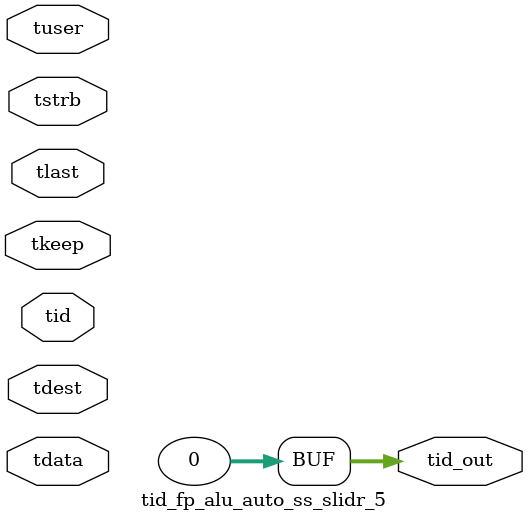
<source format=v>


`timescale 1ps/1ps

module tid_fp_alu_auto_ss_slidr_5 #
(
parameter C_S_AXIS_TID_WIDTH   = 1,
parameter C_S_AXIS_TUSER_WIDTH = 0,
parameter C_S_AXIS_TDATA_WIDTH = 0,
parameter C_S_AXIS_TDEST_WIDTH = 0,
parameter C_M_AXIS_TID_WIDTH   = 32
)
(
input  [(C_S_AXIS_TID_WIDTH   == 0 ? 1 : C_S_AXIS_TID_WIDTH)-1:0       ] tid,
input  [(C_S_AXIS_TDATA_WIDTH == 0 ? 1 : C_S_AXIS_TDATA_WIDTH)-1:0     ] tdata,
input  [(C_S_AXIS_TUSER_WIDTH == 0 ? 1 : C_S_AXIS_TUSER_WIDTH)-1:0     ] tuser,
input  [(C_S_AXIS_TDEST_WIDTH == 0 ? 1 : C_S_AXIS_TDEST_WIDTH)-1:0     ] tdest,
input  [(C_S_AXIS_TDATA_WIDTH/8)-1:0 ] tkeep,
input  [(C_S_AXIS_TDATA_WIDTH/8)-1:0 ] tstrb,
input                                                                    tlast,
output [(C_M_AXIS_TID_WIDTH   == 0 ? 1 : C_M_AXIS_TID_WIDTH)-1:0       ] tid_out
);

assign tid_out = {1'b0};

endmodule


</source>
